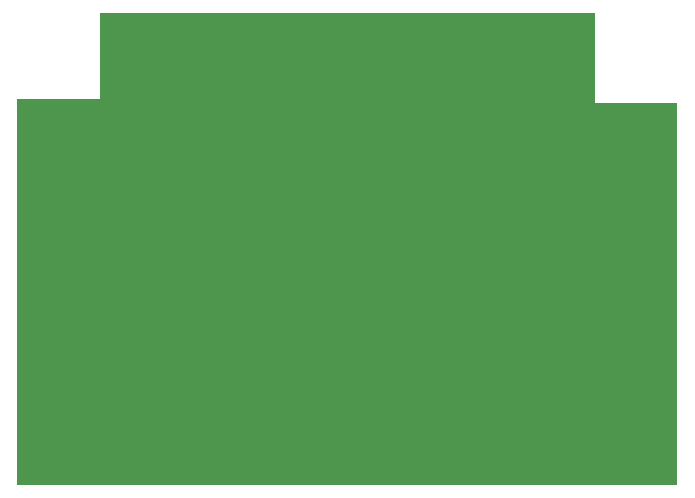
<source format=gbr>
G04 DipTrace 2.4.0.2*
%INBoard.gbr*%
%MOIN*%
%ADD11C,0.0055*%
%FSLAX44Y44*%
G04*
G70*
G90*
G75*
G01*
%LNBoardPoly*%
%LPD*%
G36*
X3940Y3940D2*
D11*
Y16815D1*
X6690D1*
Y19690D1*
X23190D1*
Y16690D1*
X25940D1*
Y3940D1*
X3940D1*
G37*
M02*

</source>
